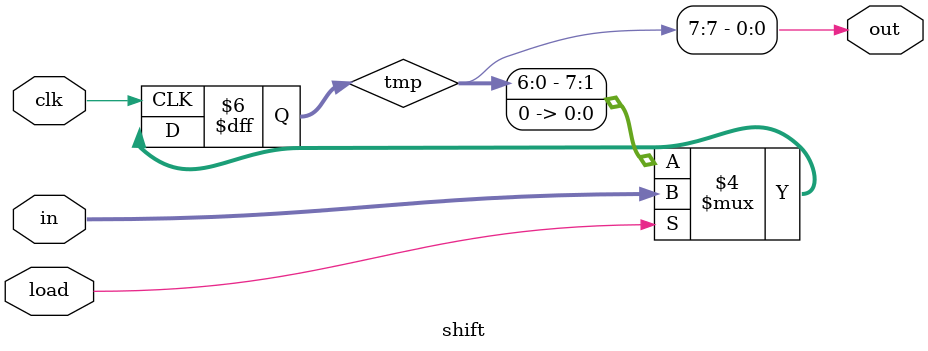
<source format=v>
module shift (clk, load, in, out); 
input clk;
input load;
input [7:0] in; 
output out; 
 
reg [7:0] tmp; 
 
  always @(posedge clk) 
    begin 
      tmp = tmp << 1; 
      if (load) 
      	tmp = in; 
    end 
    assign out = tmp[7]; 
endmodule 
</source>
